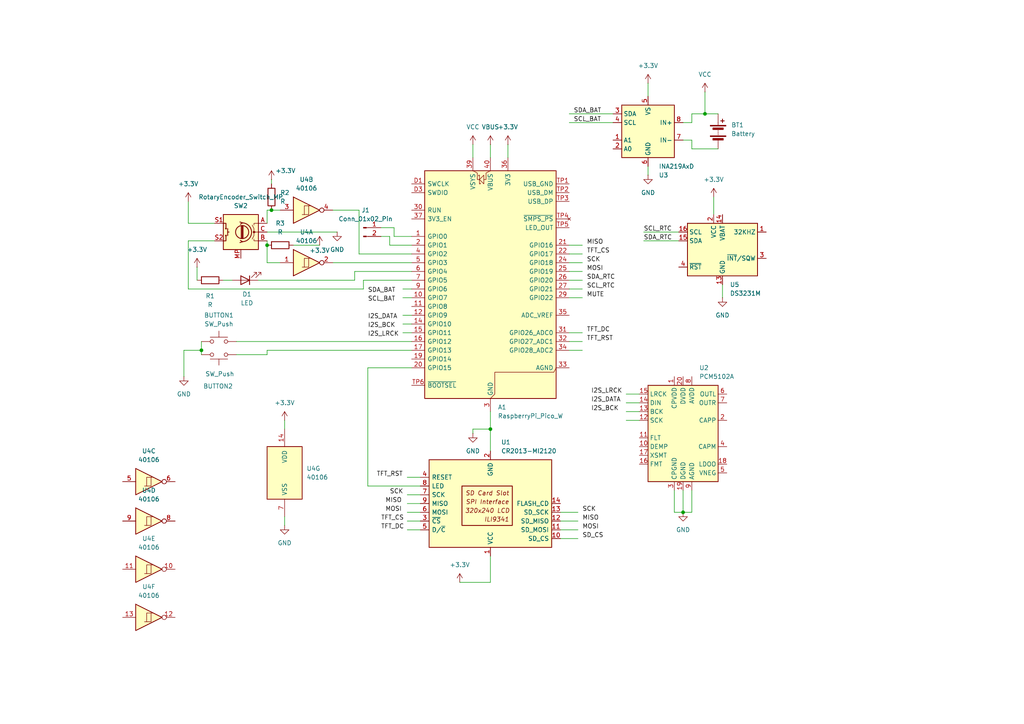
<source format=kicad_sch>
(kicad_sch (version 20250114) (generator "eeschema") (generator_version "9.0")
  (paper "A4")
  (title_block (title "Music Player Proof of Concept") (date "2025-07-31") (rev "0.0.1") (comment 1 "Some cape/shield are not available as components.") (comment 2 "Main parts have been added to the schematics instead.") (comment 3 "**This is a pin-mapping documentation, not a real, working, schematic**"))
  (lib_symbols
    (symbol "4xxx:40106" (pin_names (offset 1.016))
      (property "Reference" "U" (at 0 1.27 0))
      (property "Value" "40106" (at 0 -1.27 0))
      (symbol "40106_1_0"
        (polyline (pts (xy -3.81 3.81) (xy -3.81 -3.81) (xy 3.81 0) (xy -3.81 3.81)) (stroke (width 0.254)) (fill (type background)))
        (polyline (pts (xy -1.27 -1.27) (xy 0.635 -1.27) (xy 0.635 1.27) (xy 1.27 1.27)))
        (polyline (pts (xy -0.635 -1.27) (xy -0.635 1.27) (xy 0.635 1.27)))
        (pin input line (at -7.62 0 0) (length 3.81) (name "~") (number "1"))
        (pin output inverted (at 7.62 0 180) (length 3.81) (name "~") (number "2"))
      )
      (symbol "40106_2_0"
        (polyline (pts (xy -3.81 3.81) (xy -3.81 -3.81) (xy 3.81 0) (xy -3.81 3.81)) (stroke (width 0.254)) (fill (type background)))
        (polyline (pts (xy -1.27 -1.27) (xy 0.635 -1.27) (xy 0.635 1.27) (xy 1.27 1.27)))
        (polyline (pts (xy -0.635 -1.27) (xy -0.635 1.27) (xy 0.635 1.27)))
        (pin input line (at -7.62 0 0) (length 3.81) (name "~") (number "3"))
        (pin output inverted (at 7.62 0 180) (length 3.81) (name "~") (number "4"))
      )
      (symbol "40106_3_0"
        (polyline (pts (xy -3.81 3.81) (xy -3.81 -3.81) (xy 3.81 0) (xy -3.81 3.81)) (stroke (width 0.254)) (fill (type background)))
        (polyline (pts (xy -1.27 -1.27) (xy 0.635 -1.27) (xy 0.635 1.27) (xy 1.27 1.27)))
        (polyline (pts (xy -0.635 -1.27) (xy -0.635 1.27) (xy 0.635 1.27)))
        (pin input line (at -7.62 0 0) (length 3.81) (name "~") (number "5"))
        (pin output inverted (at 7.62 0 180) (length 3.81) (name "~") (number "6"))
      )
      (symbol "40106_4_0"
        (polyline (pts (xy -3.81 3.81) (xy -3.81 -3.81) (xy 3.81 0) (xy -3.81 3.81)) (stroke (width 0.254)) (fill (type background)))
        (polyline (pts (xy -1.27 -1.27) (xy 0.635 -1.27) (xy 0.635 1.27) (xy 1.27 1.27)))
        (polyline (pts (xy -0.635 -1.27) (xy -0.635 1.27) (xy 0.635 1.27)))
        (pin input line (at -7.62 0 0) (length 3.81) (name "~") (number "9"))
        (pin output inverted (at 7.62 0 180) (length 3.81) (name "~") (number "8"))
      )
      (symbol "40106_5_0"
        (polyline (pts (xy -3.81 3.81) (xy -3.81 -3.81) (xy 3.81 0) (xy -3.81 3.81)) (stroke (width 0.254)) (fill (type background)))
        (polyline (pts (xy -1.27 -1.27) (xy 0.635 -1.27) (xy 0.635 1.27) (xy 1.27 1.27)))
        (polyline (pts (xy -0.635 -1.27) (xy -0.635 1.27) (xy 0.635 1.27)))
        (pin input line (at -7.62 0 0) (length 3.81) (name "~") (number "11"))
        (pin output inverted (at 7.62 0 180) (length 3.81) (name "~") (number "10"))
      )
      (symbol "40106_6_0"
        (polyline (pts (xy -3.81 3.81) (xy -3.81 -3.81) (xy 3.81 0) (xy -3.81 3.81)) (stroke (width 0.254)) (fill (type background)))
        (polyline (pts (xy -1.27 -1.27) (xy 0.635 -1.27) (xy 0.635 1.27) (xy 1.27 1.27)))
        (polyline (pts (xy -0.635 -1.27) (xy -0.635 1.27) (xy 0.635 1.27)))
        (pin input line (at -7.62 0 0) (length 3.81) (name "~") (number "13"))
        (pin output inverted (at 7.62 0 180) (length 3.81) (name "~") (number "12"))
      )
      (symbol "40106_7_0"
        (pin power_in line (at 0 12.7 270) (length 5.08) (name "VDD") (number "14"))
        (pin power_in line (at 0 -12.7 90) (length 5.08) (name "VSS") (number "7"))
      )
      (symbol "40106_7_1"
        (rectangle (start -5.08 7.62) (end 5.08 -7.62) (stroke (width 0.254)) (fill (type background)))
      )
    )
    (symbol "Audio:PCM5102A"
      (property "Reference" "U" (at -10.16 13.97 0))
      (property "Value" "PCM5102A" (at 3.81 13.97 0))
      (symbol "PCM5102A_0_1"
        (rectangle (start -10.16 12.7) (end 10.16 -15.24) (stroke (width 0.254)) (fill (type background)))
      )
      (symbol "PCM5102A_1_1"
        (pin input line (at -12.7 10.16 0) (length 2.54) (name "LRCK") (number "15"))
        (pin input line (at -12.7 7.62 0) (length 2.54) (name "DIN") (number "14"))
        (pin input line (at -12.7 5.08 0) (length 2.54) (name "BCK") (number "13"))
        (pin input line (at -12.7 2.54 0) (length 2.54) (name "SCK") (number "12"))
        (pin input line (at -12.7 -2.54 0) (length 2.54) (name "FLT") (number "11"))
        (pin input line (at -12.7 -5.08 0) (length 2.54) (name "DEMP") (number "10"))
        (pin input line (at -12.7 -7.62 0) (length 2.54) (name "XSMT") (number "17"))
        (pin input line (at -12.7 -10.16 0) (length 2.54) (name "FMT") (number "16"))
        (pin passive line (at -2.54 15.24 270) (length 2.54) (name "CPVDD") (number "1"))
        (pin power_in line (at -2.54 -17.78 90) (length 2.54) (name "CPGND") (number "3"))
        (pin power_in line (at 0 15.24 270) (length 2.54) (name "DVDD") (number "20"))
        (pin power_in line (at 0 -17.78 90) (length 2.54) (name "DGND") (number "19"))
        (pin power_in line (at 2.54 15.24 270) (length 2.54) (name "AVDD") (number "8"))
        (pin power_in line (at 2.54 -17.78 90) (length 2.54) (name "AGND") (number "9"))
        (pin output line (at 12.7 10.16 180) (length 2.54) (name "OUTL") (number "6"))
        (pin output line (at 12.7 7.62 180) (length 2.54) (name "OUTR") (number "7"))
        (pin passive line (at 12.7 2.54 180) (length 2.54) (name "CAPP") (number "2"))
        (pin passive line (at 12.7 -5.08 180) (length 2.54) (name "CAPM") (number "4"))
        (pin passive line (at 12.7 -10.16 180) (length 2.54) (name "LDOO") (number "18"))
        (pin passive line (at 12.7 -12.7 180) (length 2.54) (name "VNEG") (number "5"))
      )
    )
    (symbol "Connector:Conn_01x02_Pin" (pin_names (offset 1.016) (hide yes))
      (property "Reference" "J" (at 0 2.54 0))
      (property "Value" "Conn_01x02_Pin" (at 0 -5.08 0))
      (symbol "Conn_01x02_Pin_1_1"
        (rectangle (start 0.8636 0.127) (end 0 -0.127) (stroke (width 0.1524)) (fill (type outline)))
        (rectangle (start 0.8636 -2.413) (end 0 -2.667) (stroke (width 0.1524)) (fill (type outline)))
        (polyline (pts (xy 1.27 0) (xy 0.8636 0)) (stroke (width 0.1524)))
        (polyline (pts (xy 1.27 -2.54) (xy 0.8636 -2.54)) (stroke (width 0.1524)))
        (pin passive line (at 5.08 0 180) (length 3.81) (name "Pin_1") (number "1"))
        (pin passive line (at 5.08 -2.54 180) (length 3.81) (name "Pin_2") (number "2"))
      )
    )
    (symbol "Device:Battery" (pin_numbers (hide yes)) (pin_names (offset 0) (hide yes))
      (property "Reference" "BT" (at 2.54 2.54 0))
      (property "Value" "Battery" (at 2.54 0 0))
      (symbol "Battery_0_1"
        (rectangle (start -2.286 1.778) (end 2.286 1.524) (fill (type outline)))
        (rectangle (start -2.286 -1.27) (end 2.286 -1.524) (fill (type outline)))
        (rectangle (start -1.524 1.016) (end 1.524 0.508) (fill (type outline)))
        (rectangle (start -1.524 -2.032) (end 1.524 -2.54) (fill (type outline)))
        (polyline (pts (xy 0 1.778) (xy 0 2.54)))
        (polyline (pts (xy 0 0) (xy 0 0.254)))
        (polyline (pts (xy 0 -0.508) (xy 0 -0.254)))
        (polyline (pts (xy 0 -1.016) (xy 0 -0.762)))
        (polyline (pts (xy 0.762 3.048) (xy 1.778 3.048)) (stroke (width 0.254)))
        (polyline (pts (xy 1.27 3.556) (xy 1.27 2.54)) (stroke (width 0.254)))
      )
      (symbol "Battery_1_1"
        (pin passive line (at 0 5.08 270) (length 2.54) (name "+") (number "1"))
        (pin passive line (at 0 -5.08 90) (length 2.54) (name "-") (number "2"))
      )
    )
    (symbol "Device:LED" (pin_numbers (hide yes)) (pin_names (offset 1.016) (hide yes))
      (property "Reference" "D" (at 0 2.54 0))
      (property "Value" "LED" (at 0 -2.54 0))
      (symbol "LED_0_1"
        (polyline (pts (xy -3.048 -0.762) (xy -4.572 -2.286) (xy -3.81 -2.286) (xy -4.572 -2.286) (xy -4.572 -1.524)))
        (polyline (pts (xy -1.778 -0.762) (xy -3.302 -2.286) (xy -2.54 -2.286) (xy -3.302 -2.286) (xy -3.302 -1.524)))
        (polyline (pts (xy -1.27 0) (xy 1.27 0)))
        (polyline (pts (xy -1.27 -1.27) (xy -1.27 1.27)) (stroke (width 0.254)))
        (polyline (pts (xy 1.27 -1.27) (xy 1.27 1.27) (xy -1.27 0) (xy 1.27 -1.27)) (stroke (width 0.254)))
      )
      (symbol "LED_1_1"
        (pin passive line (at -3.81 0 0) (length 2.54) (name "K") (number "1"))
        (pin passive line (at 3.81 0 180) (length 2.54) (name "A") (number "2"))
      )
    )
    (symbol "Device:R" (pin_numbers (hide yes)) (pin_names (offset 0))
      (property "Reference" "R" (at 2.032 0 90))
      (property "Value" "R" (at 0 0 90))
      (symbol "R_0_1"
        (rectangle (start -1.016 -2.54) (end 1.016 2.54) (stroke (width 0.254)))
      )
      (symbol "R_1_1"
        (pin passive line (at 0 3.81 270) (length 1.27) (name "~") (number "1"))
        (pin passive line (at 0 -3.81 90) (length 1.27) (name "~") (number "2"))
      )
    )
    (symbol "Device:RotaryEncoder_Switch_MP" (pin_names (offset 0.254) (hide yes))
      (property "Reference" "SW" (at 0 8.89 0))
      (property "Value" "RotaryEncoder_Switch_MP" (at 0 6.35 0))
      (symbol "RotaryEncoder_Switch_MP_0_1"
        (rectangle (start -5.08 5.08) (end 5.08 -5.08) (stroke (width 0.254)) (fill (type background)))
        (polyline (pts (xy -5.08 2.54) (xy -3.81 2.54) (xy -3.81 2.032)))
        (polyline (pts (xy -5.08 0) (xy -3.81 0) (xy -3.81 -1.016) (xy -3.302 -2.032)))
        (polyline (pts (xy -5.08 -2.54) (xy -3.81 -2.54) (xy -3.81 -2.032)))
        (polyline (pts (xy -4.318 0) (xy -3.81 0) (xy -3.81 1.016) (xy -3.302 2.032)))
        (circle (center -3.81 0) (radius 0.254) (fill (type outline)))
        (polyline (pts (xy -0.635 -1.778) (xy -0.635 1.778)) (stroke (width 0.254)))
        (circle (center -0.381 0) (radius 1.905) (stroke (width 0.254)))
        (polyline (pts (xy -0.381 -1.778) (xy -0.381 1.778)) (stroke (width 0.254)))
        (arc (start -0.381 -2.794) (mid -3.0988 -0.0635) (end -0.381 2.667) (stroke (width 0.254)))
        (polyline (pts (xy -0.127 1.778) (xy -0.127 -1.778)) (stroke (width 0.254)))
        (polyline (pts (xy 0.254 2.921) (xy -0.508 2.667) (xy 0.127 2.286)) (stroke (width 0.254)))
        (polyline (pts (xy 0.254 -3.048) (xy -0.508 -2.794) (xy 0.127 -2.413)) (stroke (width 0.254)))
        (polyline (pts (xy 3.81 1.016) (xy 3.81 -1.016)) (stroke (width 0.254)))
        (polyline (pts (xy 3.81 0) (xy 3.429 0)) (stroke (width 0.254)))
        (circle (center 4.318 1.016) (radius 0.127) (stroke (width 0.254)))
        (circle (center 4.318 -1.016) (radius 0.127) (stroke (width 0.254)))
        (polyline (pts (xy 5.08 2.54) (xy 4.318 2.54) (xy 4.318 1.016)) (stroke (width 0.254)))
        (polyline (pts (xy 5.08 -2.54) (xy 4.318 -2.54) (xy 4.318 -1.016)) (stroke (width 0.254)))
      )
      (symbol "RotaryEncoder_Switch_MP_1_1"
        (pin passive line (at -7.62 2.54 0) (length 2.54) (name "A") (number "A"))
        (pin passive line (at -7.62 0 0) (length 2.54) (name "C") (number "C"))
        (pin passive line (at -7.62 -2.54 0) (length 2.54) (name "B") (number "B"))
        (pin passive line (at 0 -7.62 90) (length 2.54) (name "MP") (number "MP"))
        (pin passive line (at 7.62 2.54 180) (length 2.54) (name "S1") (number "S1"))
        (pin passive line (at 7.62 -2.54 180) (length 2.54) (name "S2") (number "S2"))
      )
    )
    (symbol "Driver_Display:CR2013-MI2120" (pin_names (offset 0.762))
      (property "Reference" "U" (at -17.526 13.97 0))
      (property "Value" "CR2013-MI2120" (at 1.905 13.97 0))
      (symbol "CR2013-MI2120_0_0"
        (text "ILI9341" (at -5.461 4.572 0) (effects (font (size 1.27 1.27) (italic yes)) (justify left)))
        (text "SPI Interface" (at -5.461 -0.508 0) (effects (font (size 1.27 1.27) (italic yes)) (justify left)))
        (text "SD Card Slot" (at -5.461 -3.048 0) (effects (font (size 1.27 1.27) (italic yes)) (justify left)))
        (text "320x240 LCD" (at 0.889 2.032 0) (effects (font (size 1.27 1.27) (italic yes))))
      )
      (symbol "CR2013-MI2120_0_1"
        (rectangle (start -17.78 12.7) (end 17.78 -12.7) (stroke (width 0.254)) (fill (type background)))
        (rectangle (start -6.35 6.35) (end 8.255 -5.08) (stroke (width 0.254)))
      )
      (symbol "CR2013-MI2120_1_1"
        (pin input line (at -20.32 10.16 0) (length 2.54) (name "SD_CS") (number "10"))
        (pin input line (at -20.32 7.62 0) (length 2.54) (name "SD_MOSI") (number "11"))
        (pin output line (at -20.32 5.08 0) (length 2.54) (name "SD_MISO") (number "12"))
        (pin input line (at -20.32 2.54 0) (length 2.54) (name "SD_SCK") (number "13"))
        (pin input line (at -20.32 0 0) (length 2.54) (name "FLASH_CD") (number "14"))
        (pin power_in line (at 0 15.24 270) (length 2.54) (name "VCC") (number "1"))
        (pin power_in line (at 0 -15.24 90) (length 2.54) (name "GND") (number "2"))
        (pin input line (at 20.32 7.62 180) (length 2.54) (name "D/~{C}") (number "5"))
        (pin input line (at 20.32 5.08 180) (length 2.54) (name "~{CS}") (number "3"))
        (pin input line (at 20.32 2.54 180) (length 2.54) (name "MOSI") (number "6"))
        (pin output line (at 20.32 0 180) (length 2.54) (name "MISO") (number "9"))
        (pin input line (at 20.32 -2.54 180) (length 2.54) (name "SCK") (number "7"))
        (pin input line (at 20.32 -5.08 180) (length 2.54) (name "LED") (number "8"))
        (pin input line (at 20.32 -7.62 180) (length 2.54) (name "RESET") (number "4"))
      )
    )
    (symbol "MCU_Module:RaspberryPi_Pico_W_Extensive" (pin_names (offset 0.762))
      (property "Reference" "A" (at -19.05 35.56 0))
      (property "Value" "RaspberryPi_Pico_W" (at 7.62 35.56 0))
      (symbol "RaspberryPi_Pico_W_Extensive_0_1"
        (rectangle (start -19.05 34.29) (end 19.05 -31.75) (stroke (width 0.254)) (fill (type background)))
        (polyline (pts (xy -5.08 34.29) (xy -3.81 33.655) (xy -3.81 31.75) (xy -3.175 31.75)))
        (polyline (pts (xy -3.429 32.766) (xy -3.429 33.02) (xy -3.175 33.02) (xy -3.175 30.48) (xy -2.921 30.48) (xy -2.921 30.734)))
        (polyline (pts (xy -3.175 31.75) (xy -1.905 33.02) (xy -1.905 30.48) (xy -3.175 31.75)))
        (polyline (pts (xy 0 34.29) (xy -1.27 33.655) (xy -1.27 31.75) (xy -1.905 31.75)))
        (polyline (pts (xy 0 -31.75) (xy 1.27 -30.48) (xy 1.27 -24.13) (xy 18.415 -24.13) (xy 19.05 -22.86)))
      )
      (symbol "RaspberryPi_Pico_W_Extensive_1_1"
        (pin input line (at -22.86 30.48 0) (length 3.81) (name "SWCLK") (number "D1"))
        (pin bidirectional line (at -22.86 27.94 0) (length 3.81) (name "SWDIO") (number "D3"))
        (pin passive line (at -22.86 22.86 0) (length 3.81) (name "RUN") (number "30"))
        (pin passive line (at -22.86 20.32 0) (length 3.81) (name "3V3_EN") (number "37"))
        (pin bidirectional line (at -22.86 15.24 0) (length 3.81) (name "GPIO0") (number "1"))
        (pin bidirectional line (at -22.86 12.7 0) (length 3.81) (name "GPIO1") (number "2"))
        (pin bidirectional line (at -22.86 10.16 0) (length 3.81) (name "GPIO2") (number "4"))
        (pin bidirectional line (at -22.86 7.62 0) (length 3.81) (name "GPIO3") (number "5"))
        (pin bidirectional line (at -22.86 5.08 0) (length 3.81) (name "GPIO4") (number "6"))
        (pin bidirectional line (at -22.86 2.54 0) (length 3.81) (name "GPIO5") (number "7"))
        (pin bidirectional line (at -22.86 0 0) (length 3.81) (name "GPIO6") (number "9"))
        (pin bidirectional line (at -22.86 -2.54 0) (length 3.81) (name "GPIO7") (number "10"))
        (pin bidirectional line (at -22.86 -5.08 0) (length 3.81) (name "GPIO8") (number "11"))
        (pin bidirectional line (at -22.86 -7.62 0) (length 3.81) (name "GPIO9") (number "12"))
        (pin bidirectional line (at -22.86 -10.16 0) (length 3.81) (name "GPIO10") (number "14"))
        (pin bidirectional line (at -22.86 -12.7 0) (length 3.81) (name "GPIO11") (number "15"))
        (pin bidirectional line (at -22.86 -15.24 0) (length 3.81) (name "GPIO12") (number "16"))
        (pin bidirectional line (at -22.86 -17.78 0) (length 3.81) (name "GPIO13") (number "17"))
        (pin bidirectional line (at -22.86 -20.32 0) (length 3.81) (name "GPIO14") (number "19"))
        (pin bidirectional line (at -22.86 -22.86 0) (length 3.81) (name "GPIO15") (number "20"))
        (pin input line (at -22.86 -27.94 0) (length 3.81) (name "~{BOOTSEL}") (number "TP6"))
        (pin power_in line (at -5.08 38.1 270) (length 3.81) (name "VSYS") (number "39"))
        (pin power_out line (at 0 38.1 270) (length 3.81) (name "VBUS") (number "40"))
        (pin passive line (at 0 -35.56 90) (length 3.81) (hide yes) (name "GND") (number "13"))
        (pin passive line (at 0 -35.56 90) (length 3.81) (hide yes) (name "GND") (number "18"))
        (pin passive line (at 0 -35.56 90) (length 3.81) (hide yes) (name "GND") (number "23"))
        (pin passive line (at 0 -35.56 90) (length 3.81) (hide yes) (name "GND") (number "28"))
        (pin power_out line (at 0 -35.56 90) (length 3.81) (name "GND") (number "3"))
        (pin passive line (at 0 -35.56 90) (length 3.81) (hide yes) (name "GND") (number "38"))
        (pin passive line (at 0 -35.56 90) (length 3.81) (hide yes) (name "GND") (number "8"))
        (pin passive line (at 0 -35.56 90) (length 3.81) (hide yes) (name "GND") (number "D2"))
        (pin power_out line (at 5.08 38.1 270) (length 3.81) (name "3V3") (number "36"))
        (pin power_out line (at 22.86 30.48 180) (length 3.81) (name "USB_GND") (number "TP1"))
        (pin bidirectional line (at 22.86 27.94 180) (length 3.81) (name "USB_DM") (number "TP2"))
        (pin bidirectional line (at 22.86 25.4 180) (length 3.81) (name "USB_DP") (number "TP3"))
        (pin no_connect line (at 22.86 20.32 180) (length 3.81) (name "~{SMPS_PS}") (number "TP4"))
        (pin output line (at 22.86 17.78 180) (length 3.81) (name "LED_OUT") (number "TP5"))
        (pin bidirectional line (at 22.86 12.7 180) (length 3.81) (name "GPIO16") (number "21"))
        (pin bidirectional line (at 22.86 10.16 180) (length 3.81) (name "GPIO17") (number "22"))
        (pin bidirectional line (at 22.86 7.62 180) (length 3.81) (name "GPIO18") (number "24"))
        (pin bidirectional line (at 22.86 5.08 180) (length 3.81) (name "GPIO19") (number "25"))
        (pin bidirectional line (at 22.86 2.54 180) (length 3.81) (name "GPIO20") (number "26"))
        (pin bidirectional line (at 22.86 0 180) (length 3.81) (name "GPIO21") (number "27"))
        (pin bidirectional line (at 22.86 -2.54 180) (length 3.81) (name "GPIO22") (number "29"))
        (pin power_in line (at 22.86 -7.62 180) (length 3.81) (name "ADC_VREF") (number "35"))
        (pin bidirectional line (at 22.86 -12.7 180) (length 3.81) (name "GPIO26_ADC0") (number "31"))
        (pin bidirectional line (at 22.86 -15.24 180) (length 3.81) (name "GPIO27_ADC1") (number "32"))
        (pin bidirectional line (at 22.86 -17.78 180) (length 3.81) (name "GPIO28_ADC2") (number "34"))
        (pin power_out line (at 22.86 -22.86 180) (length 3.81) (name "AGND") (number "33"))
      )
    )
    (symbol "Sensor_Energy:INA219AxD"
      (property "Reference" "U" (at -6.35 8.89 0))
      (property "Value" "INA219AxD" (at 5.08 8.89 0))
      (symbol "INA219AxD_0_1"
        (rectangle (start -7.62 7.62) (end 7.62 -7.62) (stroke (width 0.254)) (fill (type background)))
      )
      (symbol "INA219AxD_1_1"
        (pin input line (at -10.16 2.54 0) (length 2.54) (name "IN+") (number "8"))
        (pin input line (at -10.16 -2.54 0) (length 2.54) (name "IN-") (number "7"))
        (pin power_in line (at 0 10.16 270) (length 2.54) (name "VS") (number "5"))
        (pin power_in line (at 0 -10.16 90) (length 2.54) (name "GND") (number "6"))
        (pin bidirectional line (at 10.16 5.08 180) (length 2.54) (name "SDA") (number "3"))
        (pin input line (at 10.16 2.54 180) (length 2.54) (name "SCL") (number "4"))
        (pin input line (at 10.16 -2.54 180) (length 2.54) (name "A1") (number "1"))
        (pin input line (at 10.16 -5.08 180) (length 2.54) (name "A0") (number "2"))
      )
    )
    (symbol "Switch:SW_Push" (pin_numbers (hide yes)) (pin_names (offset 1.016) (hide yes))
      (property "Reference" "SW" (at 1.27 2.54 0))
      (property "Value" "SW_Push" (at 0 -1.524 0))
      (symbol "SW_Push_0_1"
        (circle (center -2.032 0) (radius 0.508))
        (polyline (pts (xy 0 1.27) (xy 0 3.048)))
        (circle (center 2.032 0) (radius 0.508))
        (polyline (pts (xy 2.54 1.27) (xy -2.54 1.27)))
        (pin passive line (at -5.08 0 0) (length 2.54) (name "1") (number "1"))
        (pin passive line (at 5.08 0 180) (length 2.54) (name "2") (number "2"))
      )
    )
    (symbol "Timer_RTC:DS3231M"
      (property "Reference" "U" (at -7.62 8.89 0))
      (property "Value" "DS3231M" (at 10.16 8.89 0))
      (symbol "DS3231M_0_1"
        (rectangle (start -10.16 7.62) (end 10.16 -7.62) (stroke (width 0.254)) (fill (type background)))
      )
      (symbol "DS3231M_1_1"
        (pin input line (at -12.7 5.08 0) (length 2.54) (name "SCL") (number "16"))
        (pin bidirectional line (at -12.7 2.54 0) (length 2.54) (name "SDA") (number "15"))
        (pin bidirectional line (at -12.7 -5.08 0) (length 2.54) (name "~{RST}") (number "4"))
        (pin power_in line (at -2.54 10.16 270) (length 2.54) (name "VCC") (number "2"))
        (pin power_in line (at 0 10.16 270) (length 2.54) (name "VBAT") (number "14"))
        (pin passive line (at 0 -10.16 90) (length 2.54) (hide yes) (name "GND") (number "10"))
        (pin passive line (at 0 -10.16 90) (length 2.54) (hide yes) (name "GND") (number "11"))
        (pin passive line (at 0 -10.16 90) (length 2.54) (hide yes) (name "GND") (number "12"))
        (pin power_in line (at 0 -10.16 90) (length 2.54) (name "GND") (number "13"))
        (pin passive line (at 0 -10.16 90) (length 2.54) (hide yes) (name "GND") (number "5"))
        (pin passive line (at 0 -10.16 90) (length 2.54) (hide yes) (name "GND") (number "6"))
        (pin passive line (at 0 -10.16 90) (length 2.54) (hide yes) (name "GND") (number "7"))
        (pin passive line (at 0 -10.16 90) (length 2.54) (hide yes) (name "GND") (number "8"))
        (pin passive line (at 0 -10.16 90) (length 2.54) (hide yes) (name "GND") (number "9"))
        (pin open_collector line (at 12.7 5.08 180) (length 2.54) (name "32KHZ") (number "1"))
        (pin open_collector line (at 12.7 -2.54 180) (length 2.54) (name "~{INT}/SQW") (number "3"))
      )
    )
    (symbol "power:+3.3V" (power) (pin_numbers (hide yes)) (pin_names (offset 0) (hide yes))
      (property "Value" "+3.3V" (at 0 3.556 0))
      (symbol "+3.3V_0_1"
        (polyline (pts (xy -0.762 1.27) (xy 0 2.54)))
        (polyline (pts (xy 0 2.54) (xy 0.762 1.27)))
        (polyline (pts (xy 0 0) (xy 0 2.54)))
      )
      (symbol "+3.3V_1_1"
        (pin power_in line (at 0 0 90) (length 0) (name "~") (number "1"))
      )
    )
    (symbol "power:GND" (power) (pin_numbers (hide yes)) (pin_names (offset 0) (hide yes))
      (property "Value" "GND" (at 0 -3.81 0))
      (symbol "GND_0_1"
        (polyline (pts (xy 0 0) (xy 0 -1.27) (xy 1.27 -1.27) (xy 0 -2.54) (xy -1.27 -1.27) (xy 0 -1.27)))
      )
      (symbol "GND_1_1"
        (pin power_in line (at 0 0 270) (length 0) (name "~") (number "1"))
      )
    )
    (symbol "power:VBUS" (power) (pin_numbers (hide yes)) (pin_names (offset 0) (hide yes))
      (property "Value" "VBUS" (at 0 3.556 0))
      (symbol "VBUS_0_1"
        (polyline (pts (xy -0.762 1.27) (xy 0 2.54)))
        (polyline (pts (xy 0 2.54) (xy 0.762 1.27)))
        (polyline (pts (xy 0 0) (xy 0 2.54)))
      )
      (symbol "VBUS_1_1"
        (pin power_in line (at 0 0 90) (length 0) (name "~") (number "1"))
      )
    )
    (symbol "power:VCC" (power) (pin_numbers (hide yes)) (pin_names (offset 0) (hide yes))
      (property "Value" "VCC" (at 0 3.556 0))
      (symbol "VCC_0_1"
        (polyline (pts (xy -0.762 1.27) (xy 0 2.54)))
        (polyline (pts (xy 0 2.54) (xy 0.762 1.27)))
        (polyline (pts (xy 0 0) (xy 0 2.54)))
      )
      (symbol "VCC_1_1"
        (pin power_in line (at 0 0 90) (length 0) (name "~") (number "1"))
      )
    )
  )
  (junction (at 58.42 101.6))
  (junction (at 198.12 148.59))
  (junction (at 204.47 33.02))
  (junction (at 78.74 60.96))
  (junction (at 142.24 124.46))
  (junction (at 77.47 71.12))
  (wire (pts (xy 118.11 151.13) (xy 121.92 151.13)))
  (wire (pts (xy 85.09 71.12) (xy 92.71 71.12)))
  (wire (pts (xy 200.66 43.18) (xy 208.28 43.18)))
  (wire (pts (xy 187.96 48.26) (xy 187.96 50.8)))
  (wire (pts (xy 110.49 68.58) (xy 113.03 68.58)))
  (wire (pts (xy 142.24 168.91) (xy 142.24 161.29)))
  (wire (pts (xy 137.16 41.91) (xy 137.16 45.72)))
  (wire (pts (xy 165.1 73.66) (xy 168.91 73.66)))
  (wire (pts (xy 133.35 168.91) (xy 142.24 168.91)))
  (wire (pts (xy 78.74 52.07) (xy 78.74 53.34)))
  (wire (pts (xy 137.16 125.73) (xy 137.16 124.46)))
  (wire (pts (xy 77.47 101.6) (xy 119.38 101.6)))
  (wire (pts (xy 165.1 71.12) (xy 168.91 71.12)))
  (wire (pts (xy 186.69 69.85) (xy 196.85 69.85)))
  (wire (pts (xy 200.66 33.02) (xy 204.47 33.02)))
  (wire (pts (xy 54.61 69.85) (xy 62.23 69.85)))
  (wire (pts (xy 110.49 66.04) (xy 114.3 66.04)))
  (wire (pts (xy 195.58 148.59) (xy 198.12 148.59)))
  (wire (pts (xy 105.41 83.82) (xy 54.61 83.82)))
  (wire (pts (xy 198.12 148.59) (xy 200.66 148.59)))
  (wire (pts (xy 142.24 124.46) (xy 142.24 130.81)))
  (wire (pts (xy 78.74 60.96) (xy 81.28 60.96)))
  (wire (pts (xy 105.41 83.82) (xy 105.41 81.28)))
  (wire (pts (xy 165.1 81.28) (xy 168.91 81.28)))
  (wire (pts (xy 165.1 33.02) (xy 177.8 33.02)))
  (wire (pts (xy 162.56 153.67) (xy 167.64 153.67)))
  (wire (pts (xy 58.42 99.06) (xy 58.42 101.6)))
  (wire (pts (xy 198.12 142.24) (xy 198.12 148.59)))
  (wire (pts (xy 116.84 93.98) (xy 119.38 93.98)))
  (wire (pts (xy 195.58 142.24) (xy 195.58 148.59)))
  (wire (pts (xy 77.47 71.12) (xy 77.47 69.85)))
  (wire (pts (xy 165.1 99.06) (xy 168.91 99.06)))
  (wire (pts (xy 181.61 116.84) (xy 185.42 116.84)))
  (wire (pts (xy 114.3 66.04) (xy 114.3 68.58)))
  (wire (pts (xy 104.14 73.66) (xy 119.38 73.66)))
  (wire (pts (xy 119.38 81.28) (xy 105.41 81.28)))
  (wire (pts (xy 68.58 99.06) (xy 119.38 99.06)))
  (wire (pts (xy 113.03 71.12) (xy 119.38 71.12)))
  (wire (pts (xy 162.56 148.59) (xy 167.64 148.59)))
  (wire (pts (xy 116.84 86.36) (xy 119.38 86.36)))
  (wire (pts (xy 181.61 114.3) (xy 185.42 114.3)))
  (wire (pts (xy 57.15 77.47) (xy 57.15 81.28)))
  (wire (pts (xy 119.38 106.68) (xy 106.68 106.68)))
  (wire (pts (xy 77.47 60.96) (xy 78.74 60.96)))
  (wire (pts (xy 118.11 143.51) (xy 121.92 143.51)))
  (wire (pts (xy 187.96 24.13) (xy 187.96 27.94)))
  (wire (pts (xy 165.1 86.36) (xy 168.91 86.36)))
  (wire (pts (xy 104.14 60.96) (xy 104.14 73.66)))
  (wire (pts (xy 77.47 67.31) (xy 97.79 67.31)))
  (wire (pts (xy 77.47 60.96) (xy 77.47 64.77)))
  (wire (pts (xy 53.34 101.6) (xy 58.42 101.6)))
  (wire (pts (xy 165.1 78.74) (xy 168.91 78.74)))
  (wire (pts (xy 114.3 68.58) (xy 119.38 68.58)))
  (wire (pts (xy 209.55 82.55) (xy 209.55 86.36)))
  (wire (pts (xy 54.61 58.42) (xy 54.61 64.77)))
  (wire (pts (xy 82.55 121.92) (xy 82.55 124.46)))
  (wire (pts (xy 64.77 81.28) (xy 67.31 81.28)))
  (wire (pts (xy 82.55 149.86) (xy 82.55 152.4)))
  (wire (pts (xy 165.1 96.52) (xy 168.91 96.52)))
  (wire (pts (xy 113.03 68.58) (xy 113.03 71.12)))
  (wire (pts (xy 106.68 140.97) (xy 121.92 140.97)))
  (wire (pts (xy 81.28 76.2) (xy 77.47 76.2)))
  (wire (pts (xy 137.16 124.46) (xy 142.24 124.46)))
  (wire (pts (xy 165.1 35.56) (xy 177.8 35.56)))
  (wire (pts (xy 198.12 35.56) (xy 200.66 35.56)))
  (wire (pts (xy 54.61 83.82) (xy 54.61 69.85)))
  (wire (pts (xy 204.47 33.02) (xy 208.28 33.02)))
  (wire (pts (xy 116.84 91.44) (xy 119.38 91.44)))
  (wire (pts (xy 204.47 26.67) (xy 204.47 33.02)))
  (wire (pts (xy 165.1 101.6) (xy 168.91 101.6)))
  (wire (pts (xy 102.87 81.28) (xy 102.87 78.74)))
  (wire (pts (xy 96.52 76.2) (xy 119.38 76.2)))
  (wire (pts (xy 58.42 101.6) (xy 58.42 102.87)))
  (wire (pts (xy 162.56 151.13) (xy 167.64 151.13)))
  (wire (pts (xy 186.69 67.31) (xy 196.85 67.31)))
  (wire (pts (xy 96.52 60.96) (xy 104.14 60.96)))
  (wire (pts (xy 165.1 83.82) (xy 168.91 83.82)))
  (wire (pts (xy 118.11 148.59) (xy 121.92 148.59)))
  (wire (pts (xy 118.11 153.67) (xy 121.92 153.67)))
  (wire (pts (xy 181.61 121.92) (xy 185.42 121.92)))
  (wire (pts (xy 74.93 81.28) (xy 102.87 81.28)))
  (wire (pts (xy 165.1 76.2) (xy 168.91 76.2)))
  (wire (pts (xy 142.24 41.91) (xy 142.24 45.72)))
  (wire (pts (xy 118.11 138.43) (xy 121.92 138.43)))
  (wire (pts (xy 53.34 109.22) (xy 53.34 101.6)))
  (wire (pts (xy 116.84 83.82) (xy 119.38 83.82)))
  (wire (pts (xy 200.66 40.64) (xy 200.66 43.18)))
  (wire (pts (xy 116.84 96.52) (xy 119.38 96.52)))
  (wire (pts (xy 102.87 78.74) (xy 119.38 78.74)))
  (wire (pts (xy 200.66 35.56) (xy 200.66 33.02)))
  (wire (pts (xy 142.24 119.38) (xy 142.24 124.46)))
  (wire (pts (xy 77.47 102.87) (xy 77.47 101.6)))
  (wire (pts (xy 198.12 40.64) (xy 200.66 40.64)))
  (wire (pts (xy 207.01 57.15) (xy 207.01 62.23)))
  (wire (pts (xy 162.56 156.21) (xy 167.64 156.21)))
  (wire (pts (xy 68.58 102.87) (xy 77.47 102.87)))
  (wire (pts (xy 200.66 142.24) (xy 200.66 148.59)))
  (wire (pts (xy 106.68 106.68) (xy 106.68 140.97)))
  (wire (pts (xy 77.47 76.2) (xy 77.47 71.12)))
  (wire (pts (xy 54.61 64.77) (xy 62.23 64.77)))
  (wire (pts (xy 147.32 41.91) (xy 147.32 45.72)))
  (wire (pts (xy 118.11 146.05) (xy 121.92 146.05)))
  (wire (pts (xy 181.61 119.38) (xy 185.42 119.38)))
  (label "SCL_BAT" (at 166.37 35.56 0))
  (label "MISO" (at 168.91 151.13 0))
  (label "MUTE" (at 170.18 86.36 0))
  (label "TFT_CS" (at 170.18 73.66 0))
  (label "I2S_BCK" (at 106.68 95.25 0))
  (label "SDA_BAT" (at 166.37 33.02 0))
  (label "TFT_CS" (at 110.49 151.13 0))
  (label "SD_CS" (at 168.91 156.21 0))
  (label "I2S_DATA" (at 106.68 92.71 0))
  (label "SDA_RTC" (at 170.18 81.28 0))
  (label "I2S_DATA" (at 171.45 116.84 0))
  (label "I2S_LRCK" (at 171.45 114.3 0))
  (label "MISO" (at 111.76 146.05 0))
  (label "I2S_LRCK" (at 106.68 97.79 0))
  (label "TFT_RST" (at 109.22 138.43 0))
  (label "TFT_RST" (at 170.18 99.06 0))
  (label "TFT_DC" (at 110.49 153.67 0))
  (label "SCK" (at 168.91 148.59 0))
  (label "SCL_RTC" (at 186.69 67.31 0))
  (label "MOSI" (at 168.91 153.67 0))
  (label "SDA_RTC" (at 186.69 69.85 0))
  (label "SCL_BAT" (at 106.68 87.63 0))
  (label "TFT_DC" (at 170.18 96.52 0))
  (label "SCK" (at 170.18 76.2 0))
  (label "SDA_BAT" (at 106.68 85.09 0))
  (label "MISO" (at 170.18 71.12 0))
  (label "MOSI" (at 170.18 78.74 0))
  (label "I2S_BCK" (at 171.45 119.38 0))
  (label "SCK" (at 113.03 143.51 0))
  (label "MOSI" (at 111.76 148.59 0))
  (label "SCL_RTC" (at 170.18 83.82 0))
  (symbol (lib_id "power:+3.3V") (at 187.96 24.13 0) (unit 1)
    (property "Reference" "#PWR013" (effects (hide yes)))
    (property "Value" "+3.3V" (at 187.96 19.05 0))
    (property "Description" "Power symbol creates a global label with name \"+3.3V\"" (effects (hide yes)))
  )
  (symbol (lib_id "4xxx:40106") (at 43.18 179.07 0) (unit 6)
    (property "Reference" "U4" (at 43.18 170.18 0))
    (property "Value" "40106" (at 43.18 172.72 0))
    (property "Datasheet" "https://assets.nexperia.com/documents/data-sheet/HEF40106B.pdf" (effects (hide yes)))
    (property "Description" "Hex Schmitt trigger inverter" (effects (hide yes)))
  )
  (symbol (lib_id "Driver_Display:CR2013-MI2120") (at 142.24 146.05 180) (unit 1)
    (property "Reference" "U1" (at 145.3581 128.27 0) (effects (justify right)))
    (property "Value" "CR2013-MI2120" (at 145.3581 130.81 0) (effects (justify right)))
    (property "Footprint" "Display:CR2013-MI2120" (effects (hide yes)))
    (property "Datasheet" "http://pan.baidu.com/s/11Y990" (effects (hide yes)))
    (property "Description" "ILI9341 controller, SPI TFT LCD Display, 9-pin breakout PCB, 4-pin SD card interface, 5V/3.3V" (effects (hide yes)))
  )
  (symbol (lib_id "power:VBUS") (at 142.24 41.91 0) (unit 1)
    (property "Reference" "#PWR02" (effects (hide yes)))
    (property "Value" "VBUS" (at 142.24 36.83 0))
    (property "Description" "Power symbol creates a global label with name \"VBUS\"" (effects (hide yes)))
  )
  (symbol (lib_id "Device:R") (at 81.28 71.12 90) (unit 1)
    (property "Reference" "R3" (at 81.28 64.77 90))
    (property "Value" "R" (at 81.28 67.31 90))
    (property "Description" "Resistor" (effects (hide yes)))
  )
  (symbol (lib_id "4xxx:40106") (at 82.55 137.16 0) (unit 7)
    (property "Reference" "U4" (at 88.9 135.8899 0) (effects (justify left)))
    (property "Value" "40106" (at 88.9 138.4299 0) (effects (justify left)))
    (property "Datasheet" "https://assets.nexperia.com/documents/data-sheet/HEF40106B.pdf" (effects (hide yes)))
    (property "Description" "Hex Schmitt trigger inverter" (effects (hide yes)))
  )
  (symbol (lib_id "power:+3.3V") (at 207.01 57.15 0) (unit 1)
    (property "Reference" "#PWR019" (effects (hide yes)))
    (property "Value" "+3.3V" (at 207.01 52.07 0))
    (property "Description" "Power symbol creates a global label with name \"+3.3V\"" (effects (hide yes)))
  )
  (symbol (lib_id "Switch:SW_Push") (at 63.5 99.06 0) (unit 1)
    (property "Reference" "BUTTON1" (at 63.5 91.44 0))
    (property "Value" "SW_Push" (at 63.5 93.98 0))
    (property "Description" "Push button switch, generic, two pins" (effects (hide yes)))
  )
  (symbol (lib_id "Switch:SW_Push") (at 63.5 102.87 180) (unit 1)
    (property "Reference" "BUTTON2" (at 63.246 112.014 0))
    (property "Value" "SW_Push" (at 63.754 108.458 0))
    (property "Description" "Push button switch, generic, two pins" (effects (hide yes)))
  )
  (symbol (lib_id "power:GND") (at 209.55 86.36 0) (unit 1)
    (property "Reference" "#PWR018" (effects (hide yes)))
    (property "Value" "GND" (at 209.55 91.44 0))
    (property "Description" "Power symbol creates a global label with name \"GND\" , ground" (effects (hide yes)))
  )
  (symbol (lib_id "power:GND") (at 198.12 148.59 0) (unit 1)
    (property "Reference" "#PWR010" (effects (hide yes)))
    (property "Value" "GND" (at 198.12 153.67 0))
    (property "Description" "Power symbol creates a global label with name \"GND\" , ground" (effects (hide yes)))
  )
  (symbol (lib_id "Audio:PCM5102A") (at 198.12 124.46 0) (unit 1)
    (property "Reference" "U2" (at 202.8033 106.68 0) (effects (justify left)))
    (property "Value" "PCM5102A" (at 202.8033 109.22 0) (effects (justify left)))
    (property "Footprint" "Package_SO:TSSOP-20_4.4x6.5mm_P0.65mm" (effects (hide yes)))
    (property "Datasheet" "https://www.ti.com/lit/ds/symlink/pcm5102a.pdf" (effects (hide yes)))
    (property "Description" "2.1 VRMS, 112dB Audio Stereo DAC with PLL and 32-bit, 384kHz PCM Interface, TSSOP-20" (effects (hide yes)))
  )
  (symbol (lib_id "power:VCC") (at 204.47 26.67 0) (unit 1)
    (property "Reference" "#PWR012" (effects (hide yes)))
    (property "Value" "VCC" (at 204.47 21.59 0))
    (property "Description" "Power symbol creates a global label with name \"VCC\"" (effects (hide yes)))
  )
  (symbol (lib_id "power:GND") (at 53.34 109.22 0) (unit 1)
    (property "Reference" "#PWR07" (effects (hide yes)))
    (property "Value" "GND" (at 53.34 114.3 0))
    (property "Description" "Power symbol creates a global label with name \"GND\" , ground" (effects (hide yes)))
  )
  (symbol (lib_id "Connector:Conn_01x02_Pin") (at 105.41 66.04 0) (unit 1)
    (property "Reference" "J1" (at 106.045 60.96 0))
    (property "Value" "Conn_01x02_Pin" (at 106.045 63.5 0))
    (property "Description" "Generic connector, single row, 01x02, script generated" (effects (hide yes)))
  )
  (symbol (lib_id "Device:Battery") (at 208.28 38.1 0) (unit 1)
    (property "Reference" "BT1" (at 212.09 36.2584 0) (effects (justify left)))
    (property "Value" "Battery" (at 212.09 38.7984 0) (effects (justify left)))
    (property "Description" "Multiple-cell battery" (effects (hide yes)))
  )
  (symbol (lib_id "power:GND") (at 97.79 67.31 0) (unit 1)
    (property "Reference" "#PWR017" (effects (hide yes)))
    (property "Value" "GND" (at 97.79 72.39 0))
    (property "Description" "Power symbol creates a global label with name \"GND\" , ground" (effects (hide yes)))
  )
  (symbol (lib_id "Device:RotaryEncoder_Switch_MP") (at 69.85 67.31 0) (mirror y) (unit 1)
    (property "Reference" "SW2" (at 69.85 59.69 0))
    (property "Value" "RotaryEncoder_Switch_MP" (at 69.85 57.15 0))
    (property "Description" "Rotary encoder, dual channel, incremental quadrate outputs, with switch and MP Pin" (effects (hide yes)))
  )
  (symbol (lib_id "power:GND") (at 137.16 125.73 0) (unit 1)
    (property "Reference" "#PWR08" (effects (hide yes)))
    (property "Value" "GND" (at 137.16 130.81 0))
    (property "Description" "Power symbol creates a global label with name \"GND\" , ground" (effects (hide yes)))
  )
  (symbol (lib_id "4xxx:40106") (at 43.18 151.13 0) (unit 4)
    (property "Reference" "U4" (at 43.18 142.24 0))
    (property "Value" "40106" (at 43.18 144.78 0))
    (property "Datasheet" "https://assets.nexperia.com/documents/data-sheet/HEF40106B.pdf" (effects (hide yes)))
    (property "Description" "Hex Schmitt trigger inverter" (effects (hide yes)))
  )
  (symbol (lib_id "4xxx:40106") (at 88.9 76.2 0) (unit 1)
    (property "Reference" "U4" (at 88.9 67.31 0))
    (property "Value" "40106" (at 88.9 69.85 0))
    (property "Datasheet" "https://assets.nexperia.com/documents/data-sheet/HEF40106B.pdf" (effects (hide yes)))
    (property "Description" "Hex Schmitt trigger inverter" (effects (hide yes)))
  )
  (symbol (lib_id "4xxx:40106") (at 43.18 139.7 0) (unit 3)
    (property "Reference" "U4" (at 43.18 130.81 0))
    (property "Value" "40106" (at 43.18 133.35 0))
    (property "Datasheet" "https://assets.nexperia.com/documents/data-sheet/HEF40106B.pdf" (effects (hide yes)))
    (property "Description" "Hex Schmitt trigger inverter" (effects (hide yes)))
  )
  (symbol (lib_id "power:+3.3V") (at 57.15 77.47 0) (unit 1)
    (property "Reference" "#PWR05" (effects (hide yes)))
    (property "Value" "+3.3V" (at 57.15 72.39 0))
    (property "Description" "Power symbol creates a global label with name \"+3.3V\"" (effects (hide yes)))
  )
  (symbol (lib_id "Sensor_Energy:INA219AxD") (at 187.96 38.1 0) (mirror y) (unit 1)
    (property "Reference" "U3" (at 191.0781 50.8 0) (effects (justify right)))
    (property "Value" "INA219AxD" (at 191.0781 48.26 0) (effects (justify right)))
    (property "Footprint" "Package_SO:SOIC-8_3.9x4.9mm_P1.27mm" (effects (hide yes)))
    (property "Datasheet" "http://www.ti.com/lit/ds/symlink/ina219.pdf" (effects (hide yes)))
    (property "Description" "Zero-Drift, Bidirectional Current/Power Monitor (0-26V) With I2C Interface, SOIC-8" (effects (hide yes)))
  )
  (symbol (lib_id "4xxx:40106") (at 88.9 60.96 0) (unit 2)
    (property "Reference" "U4" (at 88.9 52.07 0))
    (property "Value" "40106" (at 88.9 54.61 0))
    (property "Datasheet" "https://assets.nexperia.com/documents/data-sheet/HEF40106B.pdf" (effects (hide yes)))
    (property "Description" "Hex Schmitt trigger inverter" (effects (hide yes)))
  )
  (symbol (lib_id "4xxx:40106") (at 43.18 165.1 0) (unit 5)
    (property "Reference" "U4" (at 43.18 156.21 0))
    (property "Value" "40106" (at 43.18 158.75 0))
    (property "Datasheet" "https://assets.nexperia.com/documents/data-sheet/HEF40106B.pdf" (effects (hide yes)))
    (property "Description" "Hex Schmitt trigger inverter" (effects (hide yes)))
  )
  (symbol (lib_id "power:+3.3V") (at 78.74 52.07 0) (unit 1)
    (property "Reference" "#PWR016" (effects (hide yes)))
    (property "Value" "+3.3V" (at 82.804 49.53 0))
    (property "Description" "Power symbol creates a global label with name \"+3.3V\"" (effects (hide yes)))
  )
  (symbol (lib_id "MCU_Module:RaspberryPi_Pico_W_Extensive") (at 142.24 83.82 0) (unit 1)
    (property "Reference" "A1" (at 144.3833 118.11 0) (effects (justify left)))
    (property "Value" "RaspberryPi_Pico_W" (at 144.3833 120.65 0) (effects (justify left)))
    (property "Footprint" "Module:RaspberryPi_Pico_W_SMD" (effects (hide yes)))
    (property "Datasheet" "https://datasheets.raspberrypi.com/picow/pico-w-datasheet.pdf" (effects (hide yes)))
    (property "Description" "Versatile and inexpensive wireless microcontroller module (with full pinout for test point and debug connections) powered by RP2040 dual-core Arm Cortex-M0+ processor up to 133 MHz, 264kB SRAM, 2MB QSPI flash, Infineon CYW43439 2.4GHz 802.11n wireless LAN; also supports Raspberry Pi Pico 2 W" (effects (hide yes)))
  )
  (symbol (lib_id "power:GND") (at 82.55 152.4 0) (unit 1)
    (property "Reference" "#PWR014" (effects (hide yes)))
    (property "Value" "GND" (at 82.55 157.48 0))
    (property "Description" "Power symbol creates a global label with name \"GND\" , ground" (effects (hide yes)))
  )
  (symbol (lib_id "power:VCC") (at 137.16 41.91 0) (unit 1)
    (property "Reference" "#PWR03" (effects (hide yes)))
    (property "Value" "VCC" (at 137.16 36.83 0))
    (property "Description" "Power symbol creates a global label with name \"VCC\"" (effects (hide yes)))
  )
  (symbol (lib_id "Device:R") (at 60.96 81.28 90) (unit 1)
    (property "Reference" "R1" (at 60.96 85.852 90))
    (property "Value" "R" (at 60.96 88.392 90))
    (property "Description" "Resistor" (effects (hide yes)))
  )
  (symbol (lib_id "power:+3.3V") (at 147.32 41.91 0) (unit 1)
    (property "Reference" "#PWR01" (effects (hide yes)))
    (property "Value" "+3.3V" (at 147.32 36.83 0))
    (property "Description" "Power symbol creates a global label with name \"+3.3V\"" (effects (hide yes)))
  )
  (symbol (lib_id "power:+3.3V") (at 82.55 121.92 0) (unit 1)
    (property "Reference" "#PWR015" (effects (hide yes)))
    (property "Value" "+3.3V" (at 82.55 116.84 0))
    (property "Description" "Power symbol creates a global label with name \"+3.3V\"" (effects (hide yes)))
  )
  (symbol (lib_id "power:+3.3V") (at 92.71 71.12 0) (unit 1)
    (property "Reference" "#PWR04" (effects (hide yes)))
    (property "Value" "+3.3V" (at 92.71 72.644 0))
    (property "Description" "Power symbol creates a global label with name \"+3.3V\"" (effects (hide yes)))
  )
  (symbol (lib_id "power:+3.3V") (at 54.61 58.42 0) (unit 1)
    (property "Reference" "#PWR06" (effects (hide yes)))
    (property "Value" "+3.3V" (at 54.61 53.34 0))
    (property "Description" "Power symbol creates a global label with name \"+3.3V\"" (effects (hide yes)))
  )
  (symbol (lib_id "Device:R") (at 78.74 57.15 0) (unit 1)
    (property "Reference" "R2" (at 81.28 55.8799 0) (effects (justify left)))
    (property "Value" "R" (at 81.28 58.4199 0) (effects (justify left)))
    (property "Description" "Resistor" (effects (hide yes)))
  )
  (symbol (lib_id "Timer_RTC:DS3231M") (at 209.55 72.39 0) (unit 1)
    (property "Reference" "U5" (at 211.6933 82.55 0) (effects (justify left)))
    (property "Value" "DS3231M" (at 211.6933 85.09 0) (effects (justify left)))
    (property "Footprint" "Package_SO:SOIC-16W_7.5x10.3mm_P1.27mm" (effects (hide yes)))
    (property "Datasheet" "http://datasheets.maximintegrated.com/en/ds/DS3231.pdf" (effects (hide yes)))
    (property "Description" "Extremely Accurate I2C-Integrated RTC/TCXO/Crystal SOIC-16" (effects (hide yes)))
  )
  (symbol (lib_id "power:+3.3V") (at 133.35 168.91 0) (unit 1)
    (property "Reference" "#PWR09" (effects (hide yes)))
    (property "Value" "+3.3V" (at 133.35 163.83 0))
    (property "Description" "Power symbol creates a global label with name \"+3.3V\"" (effects (hide yes)))
  )
  (symbol (lib_id "power:GND") (at 187.96 50.8 0) (unit 1)
    (property "Reference" "#PWR011" (effects (hide yes)))
    (property "Value" "GND" (at 187.96 55.88 0))
    (property "Description" "Power symbol creates a global label with name \"GND\" , ground" (effects (hide yes)))
  )
  (symbol (lib_id "Device:LED") (at 71.12 81.28 180) (unit 1)
    (property "Reference" "D1" (at 71.628 85.344 0))
    (property "Value" "LED" (at 71.628 87.884 0))
    (property "Description" "Light emitting diode" (effects (hide yes)))
    (property "Sim.Pins" "1=K 2=A" (effects (hide yes)))
  )
)
</source>
